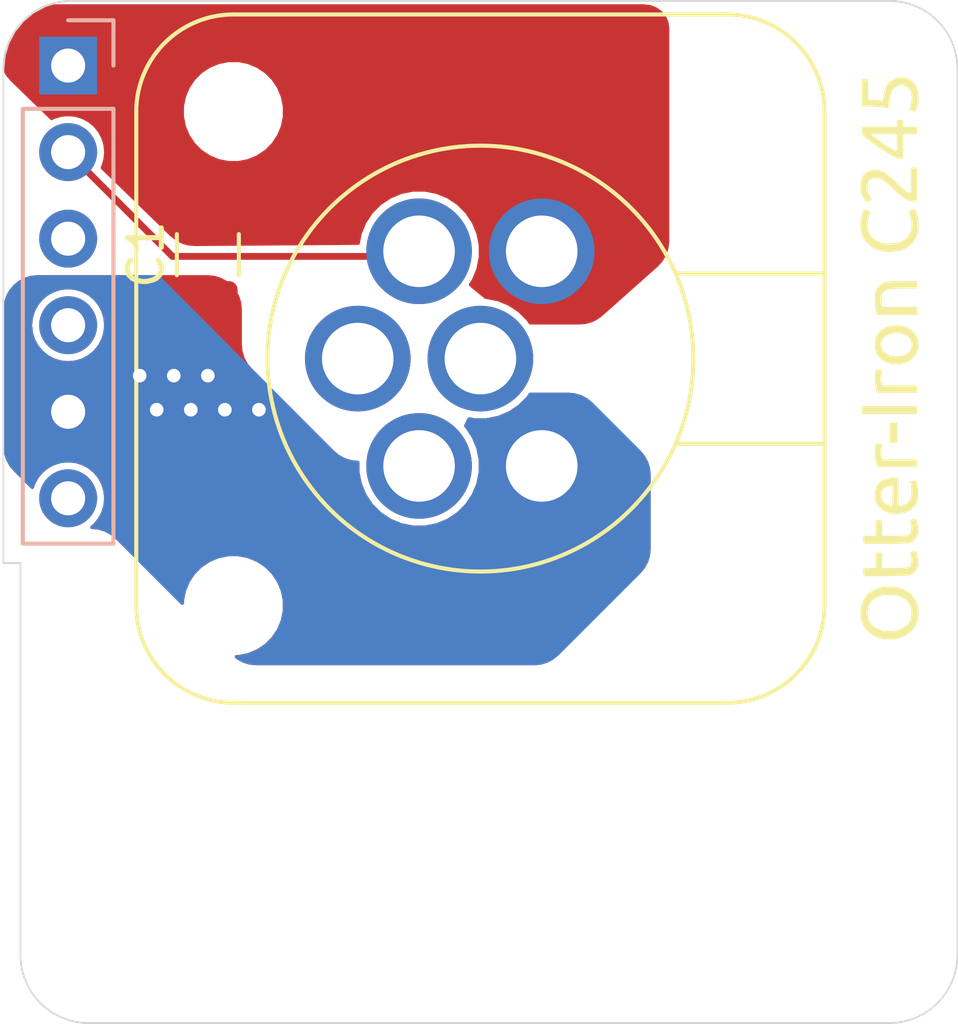
<source format=kicad_pcb>
(kicad_pcb (version 20171130) (host pcbnew 5.1.4+dfsg1-1)

  (general
    (thickness 1.6)
    (drawings 10)
    (tracks 10)
    (zones 0)
    (modules 4)
    (nets 10)
  )

  (page A4)
  (layers
    (0 F.Cu signal)
    (31 B.Cu signal)
    (32 B.Adhes user)
    (33 F.Adhes user)
    (34 B.Paste user)
    (35 F.Paste user)
    (36 B.SilkS user)
    (37 F.SilkS user)
    (38 B.Mask user)
    (39 F.Mask user)
    (40 Dwgs.User user)
    (41 Cmts.User user)
    (42 Eco1.User user)
    (43 Eco2.User user)
    (44 Edge.Cuts user)
    (45 Margin user)
    (46 B.CrtYd user)
    (47 F.CrtYd user)
    (48 B.Fab user hide)
    (49 F.Fab user hide)
  )

  (setup
    (last_trace_width 0.25)
    (user_trace_width 0.2)
    (trace_clearance 0.2)
    (zone_clearance 0)
    (zone_45_only no)
    (trace_min 0.2)
    (via_size 0.8)
    (via_drill 0.4)
    (via_min_size 0.4)
    (via_min_drill 0.3)
    (uvia_size 0.3)
    (uvia_drill 0.1)
    (uvias_allowed no)
    (uvia_min_size 0.2)
    (uvia_min_drill 0.1)
    (edge_width 0.05)
    (segment_width 0.2)
    (pcb_text_width 0.3)
    (pcb_text_size 1.5 1.5)
    (mod_edge_width 0.12)
    (mod_text_size 1 1)
    (mod_text_width 0.15)
    (pad_size 1.524 1.524)
    (pad_drill 0.762)
    (pad_to_mask_clearance 0.051)
    (solder_mask_min_width 0.25)
    (aux_axis_origin 0 0)
    (visible_elements FFFFFF7F)
    (pcbplotparams
      (layerselection 0x010fc_ffffffff)
      (usegerberextensions true)
      (usegerberattributes false)
      (usegerberadvancedattributes false)
      (creategerberjobfile false)
      (excludeedgelayer true)
      (linewidth 0.100000)
      (plotframeref false)
      (viasonmask false)
      (mode 1)
      (useauxorigin false)
      (hpglpennumber 1)
      (hpglpenspeed 20)
      (hpglpendiameter 15.000000)
      (psnegative false)
      (psa4output false)
      (plotreference true)
      (plotvalue true)
      (plotinvisibletext false)
      (padsonsilk false)
      (subtractmaskfromsilk false)
      (outputformat 1)
      (mirror false)
      (drillshape 0)
      (scaleselection 1)
      (outputdirectory "gerber/"))
  )

  (net 0 "")
  (net 1 GND)
  (net 2 "Net-(J1-Pad4)")
  (net 3 "Net-(J1-Pad3)")
  (net 4 "Net-(J2-Pad4)")
  (net 5 "Net-(J2-Pad3)")
  (net 6 "Net-(J1-Pad6)")
  (net 7 HEAT)
  (net 8 JUNC)
  (net 9 "Net-(J2-Pad6)")

  (net_class Default "This is the default net class."
    (clearance 0.2)
    (trace_width 0.25)
    (via_dia 0.8)
    (via_drill 0.4)
    (uvia_dia 0.3)
    (uvia_drill 0.1)
    (add_net GND)
    (add_net HEAT)
    (add_net JUNC)
    (add_net "Net-(J1-Pad3)")
    (add_net "Net-(J1-Pad4)")
    (add_net "Net-(J1-Pad6)")
    (add_net "Net-(J2-Pad3)")
    (add_net "Net-(J2-Pad4)")
    (add_net "Net-(J2-Pad6)")
  )

  (module Capacitor_SMD:C_1206_3216Metric (layer F.Cu) (tedit 5B301BBE) (tstamp 5E938F53)
    (at 92 97.45 90)
    (descr "Capacitor SMD 1206 (3216 Metric), square (rectangular) end terminal, IPC_7351 nominal, (Body size source: http://www.tortai-tech.com/upload/download/2011102023233369053.pdf), generated with kicad-footprint-generator")
    (tags capacitor)
    (path /5E939EB4)
    (attr smd)
    (fp_text reference C1 (at 0 -1.82 90) (layer F.SilkS)
      (effects (font (size 1 1) (thickness 0.15)))
    )
    (fp_text value 10u (at 0 1.82 90) (layer F.Fab)
      (effects (font (size 1 1) (thickness 0.15)))
    )
    (fp_text user %R (at 0 0 90) (layer F.Fab)
      (effects (font (size 0.8 0.8) (thickness 0.12)))
    )
    (fp_line (start 2.28 1.12) (end -2.28 1.12) (layer F.CrtYd) (width 0.05))
    (fp_line (start 2.28 -1.12) (end 2.28 1.12) (layer F.CrtYd) (width 0.05))
    (fp_line (start -2.28 -1.12) (end 2.28 -1.12) (layer F.CrtYd) (width 0.05))
    (fp_line (start -2.28 1.12) (end -2.28 -1.12) (layer F.CrtYd) (width 0.05))
    (fp_line (start -0.602064 0.91) (end 0.602064 0.91) (layer F.SilkS) (width 0.12))
    (fp_line (start -0.602064 -0.91) (end 0.602064 -0.91) (layer F.SilkS) (width 0.12))
    (fp_line (start 1.6 0.8) (end -1.6 0.8) (layer F.Fab) (width 0.1))
    (fp_line (start 1.6 -0.8) (end 1.6 0.8) (layer F.Fab) (width 0.1))
    (fp_line (start -1.6 -0.8) (end 1.6 -0.8) (layer F.Fab) (width 0.1))
    (fp_line (start -1.6 0.8) (end -1.6 -0.8) (layer F.Fab) (width 0.1))
    (pad 2 smd roundrect (at 1.4 0 90) (size 1.25 1.75) (layers F.Cu F.Paste F.Mask) (roundrect_rratio 0.2)
      (net 1 GND))
    (pad 1 smd roundrect (at -1.4 0 90) (size 1.25 1.75) (layers F.Cu F.Paste F.Mask) (roundrect_rratio 0.2)
      (net 7 HEAT))
    (model ${KISYS3DMOD}/Capacitor_SMD.3dshapes/C_1206_3216Metric.wrl
      (at (xyz 0 0 0))
      (scale (xyz 1 1 1))
      (rotate (xyz 0 0 0))
    )
  )

  (module Connector_PinHeader_2.54mm:PinHeader_1x06_P2.54mm_Vertical (layer B.Cu) (tedit 59FED5CC) (tstamp 5E5C5F2F)
    (at 87.9 91.9 180)
    (descr "Through hole straight pin header, 1x06, 2.54mm pitch, single row")
    (tags "Through hole pin header THT 1x06 2.54mm single row")
    (path /5E5BE985)
    (fp_text reference J1 (at 0 2.33) (layer B.SilkS) hide
      (effects (font (size 1 1) (thickness 0.15)) (justify mirror))
    )
    (fp_text value Otter-Iron (at 0 -15.03) (layer B.Fab)
      (effects (font (size 1 1) (thickness 0.15)) (justify mirror))
    )
    (fp_text user %R (at 0 -6.35 270) (layer B.Fab)
      (effects (font (size 1 1) (thickness 0.15)) (justify mirror))
    )
    (fp_line (start 1.8 1.8) (end -1.8 1.8) (layer B.CrtYd) (width 0.05))
    (fp_line (start 1.8 -14.5) (end 1.8 1.8) (layer B.CrtYd) (width 0.05))
    (fp_line (start -1.8 -14.5) (end 1.8 -14.5) (layer B.CrtYd) (width 0.05))
    (fp_line (start -1.8 1.8) (end -1.8 -14.5) (layer B.CrtYd) (width 0.05))
    (fp_line (start -1.33 1.33) (end 0 1.33) (layer B.SilkS) (width 0.12))
    (fp_line (start -1.33 0) (end -1.33 1.33) (layer B.SilkS) (width 0.12))
    (fp_line (start -1.33 -1.27) (end 1.33 -1.27) (layer B.SilkS) (width 0.12))
    (fp_line (start 1.33 -1.27) (end 1.33 -14.03) (layer B.SilkS) (width 0.12))
    (fp_line (start -1.33 -1.27) (end -1.33 -14.03) (layer B.SilkS) (width 0.12))
    (fp_line (start -1.33 -14.03) (end 1.33 -14.03) (layer B.SilkS) (width 0.12))
    (fp_line (start -1.27 0.635) (end -0.635 1.27) (layer B.Fab) (width 0.1))
    (fp_line (start -1.27 -13.97) (end -1.27 0.635) (layer B.Fab) (width 0.1))
    (fp_line (start 1.27 -13.97) (end -1.27 -13.97) (layer B.Fab) (width 0.1))
    (fp_line (start 1.27 1.27) (end 1.27 -13.97) (layer B.Fab) (width 0.1))
    (fp_line (start -0.635 1.27) (end 1.27 1.27) (layer B.Fab) (width 0.1))
    (pad 6 thru_hole oval (at 0 -12.7 180) (size 1.7 1.7) (drill 1) (layers *.Cu *.Mask)
      (net 6 "Net-(J1-Pad6)"))
    (pad 5 thru_hole oval (at 0 -10.16 180) (size 1.7 1.7) (drill 1) (layers *.Cu *.Mask)
      (net 7 HEAT))
    (pad 4 thru_hole oval (at 0 -7.62 180) (size 1.7 1.7) (drill 1) (layers *.Cu *.Mask)
      (net 2 "Net-(J1-Pad4)"))
    (pad 3 thru_hole oval (at 0 -5.08 180) (size 1.7 1.7) (drill 1) (layers *.Cu *.Mask)
      (net 3 "Net-(J1-Pad3)"))
    (pad 2 thru_hole oval (at 0 -2.54 180) (size 1.7 1.7) (drill 1) (layers *.Cu *.Mask)
      (net 8 JUNC))
    (pad 1 thru_hole rect (at 0 0 180) (size 1.7 1.7) (drill 1) (layers *.Cu *.Mask)
      (net 1 GND))
    (model ${KISYS3DMOD}/Connector_PinHeader_2.54mm.3dshapes/PinHeader_1x06_P2.54mm_Vertical.wrl
      (at (xyz 0 0 0))
      (scale (xyz 1 1 1))
      (rotate (xyz 0 0 0))
    )
  )

  (module otter:C245_singlew_silk locked (layer F.Cu) (tedit 0) (tstamp 5E5C95BE)
    (at 112 100.5 90)
    (fp_text reference G*** (at 0 0 90) (layer F.SilkS) hide
      (effects (font (size 1.524 1.524) (thickness 0.3)))
    )
    (fp_text value LOGO (at 0.75 0 90) (layer F.SilkS) hide
      (effects (font (size 1.524 1.524) (thickness 0.3)))
    )
    (fp_poly (pts (xy -1.890888 0.225778) (xy -2.469444 0.225778) (xy -2.469444 0.014111) (xy -1.890888 0.014111)
      (xy -1.890888 0.225778)) (layer F.SilkS) (width 0.01))
    (fp_poly (pts (xy 6.801556 0.225778) (xy 6.999112 0.225778) (xy 6.999112 0.409222) (xy 6.801556 0.409222)
      (xy 6.801556 0.818445) (xy 6.589889 0.818445) (xy 6.589889 0.409222) (xy 5.870223 0.409222)
      (xy 5.870223 0.329364) (xy 5.871673 0.292963) (xy 5.877505 0.25913) (xy 5.888545 0.225778)
      (xy 6.081483 0.225778) (xy 6.589889 0.225778) (xy 6.589382 -0.15875) (xy 6.588874 -0.543278)
      (xy 6.552814 -0.500944) (xy 6.457713 -0.38241) (xy 6.361177 -0.249631) (xy 6.268911 -0.111133)
      (xy 6.186619 0.024554) (xy 6.12562 0.137584) (xy 6.081483 0.225778) (xy 5.888545 0.225778)
      (xy 5.889937 0.221575) (xy 5.911188 0.17401) (xy 5.943476 0.110144) (xy 5.956059 0.08608)
      (xy 6.046315 -0.074572) (xy 6.150181 -0.240389) (xy 6.262366 -0.403731) (xy 6.377576 -0.556959)
      (xy 6.49052 -0.692434) (xy 6.511835 -0.716139) (xy 6.592257 -0.804333) (xy 6.801556 -0.804333)
      (xy 6.801556 0.225778)) (layer F.SilkS) (width 0.01))
    (fp_poly (pts (xy 5.096062 -0.84312) (xy 5.203729 -0.826202) (xy 5.303629 -0.794181) (xy 5.387927 -0.74845)
      (xy 5.407187 -0.733776) (xy 5.46496 -0.669155) (xy 5.508054 -0.586296) (xy 5.534651 -0.492084)
      (xy 5.542937 -0.393401) (xy 5.531093 -0.29713) (xy 5.526728 -0.28074) (xy 5.500197 -0.210761)
      (xy 5.459219 -0.136477) (xy 5.401712 -0.054974) (xy 5.325593 0.036666) (xy 5.22878 0.141357)
      (xy 5.215637 0.154973) (xy 5.116099 0.259082) (xy 5.0356 0.346507) (xy 4.972222 0.419468)
      (xy 4.924047 0.480186) (xy 4.889158 0.53088) (xy 4.884874 0.537888) (xy 4.867852 0.566219)
      (xy 4.856525 0.588431) (xy 4.85352 0.605269) (xy 4.861463 0.617474) (xy 4.88298 0.62579)
      (xy 4.920698 0.630959) (xy 4.977244 0.633725) (xy 5.055243 0.634831) (xy 5.157321 0.635019)
      (xy 5.228167 0.635) (xy 5.602112 0.635) (xy 5.602112 0.818445) (xy 4.610622 0.818445)
      (xy 4.617442 0.712176) (xy 4.623447 0.652112) (xy 4.634909 0.600688) (xy 4.65512 0.546611)
      (xy 4.682926 0.48752) (xy 4.703798 0.447563) (xy 4.726437 0.409841) (xy 4.753705 0.370786)
      (xy 4.788464 0.326829) (xy 4.833576 0.274402) (xy 4.891905 0.209934) (xy 4.966312 0.129858)
      (xy 4.99029 0.10429) (xy 5.078894 0.009007) (xy 5.14943 -0.06954) (xy 5.203896 -0.134455)
      (xy 5.244295 -0.188843) (xy 5.272626 -0.235809) (xy 5.290891 -0.278457) (xy 5.30109 -0.319893)
      (xy 5.305224 -0.363221) (xy 5.30564 -0.38509) (xy 5.294703 -0.474577) (xy 5.261859 -0.547126)
      (xy 5.207551 -0.601823) (xy 5.196856 -0.608883) (xy 5.163503 -0.626512) (xy 5.128 -0.636621)
      (xy 5.08099 -0.641062) (xy 5.030612 -0.641783) (xy 4.966896 -0.63999) (xy 4.91978 -0.633354)
      (xy 4.877743 -0.619435) (xy 4.840112 -0.601461) (xy 4.791008 -0.573472) (xy 4.746623 -0.543742)
      (xy 4.724854 -0.526121) (xy 4.687208 -0.49083) (xy 4.634471 -0.570259) (xy 4.581733 -0.649687)
      (xy 4.613372 -0.683365) (xy 4.65506 -0.71735) (xy 4.715853 -0.753906) (xy 4.78748 -0.788745)
      (xy 4.861668 -0.817582) (xy 4.88877 -0.826063) (xy 4.988464 -0.843538) (xy 5.096062 -0.84312)) (layer F.SilkS) (width 0.01))
    (fp_poly (pts (xy 1.783862 -0.420863) (xy 1.859404 -0.417259) (xy 1.914913 -0.41154) (xy 1.958571 -0.402254)
      (xy 1.998559 -0.387948) (xy 2.017889 -0.379321) (xy 2.109997 -0.321777) (xy 2.183087 -0.245071)
      (xy 2.23288 -0.155379) (xy 2.241558 -0.132269) (xy 2.248513 -0.108825) (xy 2.253982 -0.081615)
      (xy 2.2582 -0.047209) (xy 2.261402 -0.002175) (xy 2.263824 0.056916) (xy 2.265701 0.133496)
      (xy 2.267269 0.230996) (xy 2.268762 0.352847) (xy 2.26896 0.370417) (xy 2.27399 0.818445)
      (xy 2.060223 0.818445) (xy 2.059943 0.47625) (xy 2.058888 0.324813) (xy 2.055609 0.198854)
      (xy 2.04953 0.095676) (xy 2.040075 0.012583) (xy 2.026668 -0.053122) (xy 2.008733 -0.104135)
      (xy 1.985694 -0.143152) (xy 1.956976 -0.17287) (xy 1.922002 -0.195986) (xy 1.915647 -0.199323)
      (xy 1.880842 -0.214424) (xy 1.84359 -0.223453) (xy 1.795527 -0.227663) (xy 1.728287 -0.228307)
      (xy 1.722579 -0.22825) (xy 1.659148 -0.226701) (xy 1.602294 -0.223773) (xy 1.560836 -0.219984)
      (xy 1.549465 -0.218116) (xy 1.509889 -0.209424) (xy 1.509889 0.818445) (xy 1.284112 0.818445)
      (xy 1.284112 -0.36455) (xy 1.355021 -0.379757) (xy 1.495175 -0.405518) (xy 1.623298 -0.41909)
      (xy 1.752191 -0.421703) (xy 1.783862 -0.420863)) (layer F.SilkS) (width 0.01))
    (fp_poly (pts (xy -0.477512 -0.418793) (xy -0.390096 -0.407211) (xy -0.343647 -0.396041) (xy -0.32043 -0.384801)
      (xy -0.315566 -0.370929) (xy -0.316133 -0.368406) (xy -0.32298 -0.339293) (xy -0.331054 -0.299313)
      (xy -0.331611 -0.296333) (xy -0.342696 -0.242431) (xy -0.351993 -0.212545) (xy -0.360989 -0.20266)
      (xy -0.365829 -0.203956) (xy -0.384298 -0.209298) (xy -0.422829 -0.217089) (xy -0.473551 -0.225759)
      (xy -0.480489 -0.226847) (xy -0.558428 -0.235318) (xy -0.62922 -0.233361) (xy -0.687176 -0.225301)
      (xy -0.790222 -0.207674) (xy -0.790222 0.818445) (xy -1.001888 0.818445) (xy -1.001888 -0.350589)
      (xy -0.955488 -0.365903) (xy -0.845298 -0.394441) (xy -0.722293 -0.413252) (xy -0.596392 -0.421611)
      (xy -0.477512 -0.418793)) (layer F.SilkS) (width 0.01))
    (fp_poly (pts (xy -1.397 0.818445) (xy -1.622777 0.818445) (xy -1.622777 -0.804333) (xy -1.397 -0.804333)
      (xy -1.397 0.818445)) (layer F.SilkS) (width 0.01))
    (fp_poly (pts (xy -2.69361 -0.42137) (xy -2.631777 -0.416123) (xy -2.573613 -0.408552) (xy -2.525454 -0.399618)
      (xy -2.493634 -0.390283) (xy -2.484171 -0.38258) (xy -2.488864 -0.350188) (xy -2.497899 -0.308084)
      (xy -2.50898 -0.265004) (xy -2.519807 -0.229681) (xy -2.528085 -0.21085) (xy -2.529638 -0.209723)
      (xy -2.54799 -0.211659) (xy -2.586171 -0.217259) (xy -2.636207 -0.225346) (xy -2.640375 -0.226047)
      (xy -2.709962 -0.234751) (xy -2.774405 -0.234723) (xy -2.849464 -0.225928) (xy -2.851832 -0.225562)
      (xy -2.963333 -0.208216) (xy -2.963333 0.818445) (xy -3.175 0.818445) (xy -3.175 -0.350589)
      (xy -3.128599 -0.365903) (xy -3.051153 -0.386587) (xy -2.957662 -0.404251) (xy -2.860282 -0.417037)
      (xy -2.771166 -0.423089) (xy -2.752778 -0.423333) (xy -2.69361 -0.42137)) (layer F.SilkS) (width 0.01))
    (fp_poly (pts (xy -3.916405 -0.422407) (xy -3.801596 -0.393964) (xy -3.704779 -0.343946) (xy -3.62625 -0.272766)
      (xy -3.566306 -0.180835) (xy -3.525244 -0.068565) (xy -3.503361 0.063633) (xy -3.499555 0.155917)
      (xy -3.499555 0.268111) (xy -3.915833 0.268111) (xy -4.038061 0.267901) (xy -4.134776 0.267864)
      (xy -4.208678 0.268893) (xy -4.262466 0.271877) (xy -4.298842 0.277708) (xy -4.320505 0.287278)
      (xy -4.330154 0.301478) (xy -4.330491 0.321199) (xy -4.324214 0.347331) (xy -4.314025 0.380768)
      (xy -4.309033 0.397898) (xy -4.272586 0.483848) (xy -4.217323 0.557084) (xy -4.148321 0.611687)
      (xy -4.109602 0.630404) (xy -4.052378 0.644755) (xy -3.976863 0.653105) (xy -3.892339 0.655475)
      (xy -3.808089 0.651885) (xy -3.733393 0.642357) (xy -3.683979 0.629467) (xy -3.645144 0.617876)
      (xy -3.6176 0.614852) (xy -3.611099 0.617088) (xy -3.603817 0.636153) (xy -3.59594 0.673889)
      (xy -3.59108 0.70728) (xy -3.581421 0.786615) (xy -3.649849 0.811504) (xy -3.696621 0.824167)
      (xy -3.759392 0.833195) (xy -3.842764 0.83912) (xy -3.908777 0.841522) (xy -3.99161 0.843095)
      (xy -4.053246 0.842264) (xy -4.10065 0.838445) (xy -4.140789 0.831052) (xy -4.18063 0.8195)
      (xy -4.183944 0.818401) (xy -4.294465 0.767766) (xy -4.386452 0.696286) (xy -4.459344 0.604881)
      (xy -4.512579 0.494467) (xy -4.545593 0.365961) (xy -4.557825 0.22028) (xy -4.557888 0.208318)
      (xy -4.546645 0.067615) (xy -4.545435 0.062897) (xy -4.323834 0.062897) (xy -4.322784 0.087724)
      (xy -4.322525 0.088195) (xy -4.307196 0.091349) (xy -4.26789 0.094129) (xy -4.208851 0.096385)
      (xy -4.134324 0.097969) (xy -4.048553 0.098732) (xy -4.020833 0.098778) (xy -3.725333 0.098778)
      (xy -3.725333 0.054554) (xy -3.736406 -0.023054) (xy -3.766671 -0.097793) (xy -3.8117 -0.162246)
      (xy -3.867061 -0.208999) (xy -3.88963 -0.220475) (xy -3.971763 -0.240386) (xy -4.057271 -0.236168)
      (xy -4.139174 -0.209822) (xy -4.210493 -0.163346) (xy -4.252875 -0.116429) (xy -4.276233 -0.07621)
      (xy -4.297731 -0.027378) (xy -4.31454 0.02176) (xy -4.323834 0.062897) (xy -4.545435 0.062897)
      (xy -4.514114 -0.059148) (xy -4.462093 -0.1702) (xy -4.392382 -0.263774) (xy -4.306778 -0.338103)
      (xy -4.207079 -0.391417) (xy -4.095085 -0.421948) (xy -3.972593 -0.427928) (xy -3.916405 -0.422407)) (layer F.SilkS) (width 0.01))
    (fp_poly (pts (xy -5.21511 -0.762177) (xy -5.210319 -0.720946) (xy -5.207616 -0.653278) (xy -5.207 -0.585611)
      (xy -5.207 -0.395111) (xy -4.739986 -0.395111) (xy -4.744187 -0.306916) (xy -4.748388 -0.218722)
      (xy -4.977694 -0.214845) (xy -5.207 -0.210967) (xy -5.20669 0.137933) (xy -5.206401 0.248277)
      (xy -5.205583 0.334265) (xy -5.203981 0.399761) (xy -5.201337 0.44863) (xy -5.197396 0.484735)
      (xy -5.191901 0.511942) (xy -5.184596 0.534114) (xy -5.17965 0.545706) (xy -5.151025 0.595861)
      (xy -5.115589 0.628379) (xy -5.067261 0.646361) (xy -4.999961 0.652909) (xy -4.969178 0.653056)
      (xy -4.897316 0.648694) (xy -4.836666 0.638292) (xy -4.808814 0.629309) (xy -4.774504 0.615136)
      (xy -4.753031 0.607315) (xy -4.750517 0.606778) (xy -4.744118 0.619151) (xy -4.734279 0.650702)
      (xy -4.728259 0.673806) (xy -4.717099 0.718368) (xy -4.70776 0.754002) (xy -4.704939 0.764039)
      (xy -4.712272 0.783434) (xy -4.742836 0.801216) (xy -4.791655 0.816747) (xy -4.853753 0.82939)
      (xy -4.924156 0.838509) (xy -4.997888 0.843464) (xy -5.069974 0.843618) (xy -5.135439 0.838335)
      (xy -5.189308 0.826976) (xy -5.191259 0.826351) (xy -5.260578 0.791096) (xy -5.324289 0.735642)
      (xy -5.373567 0.667829) (xy -5.376987 0.661399) (xy -5.389893 0.632809) (xy -5.400696 0.599681)
      (xy -5.409572 0.559408) (xy -5.416699 0.509383) (xy -5.422254 0.447) (xy -5.426416 0.369654)
      (xy -5.42936 0.274737) (xy -5.431265 0.159643) (xy -5.432308 0.021766) (xy -5.432666 -0.1415)
      (xy -5.432671 -0.156682) (xy -5.432777 -0.743753) (xy -5.334809 -0.759932) (xy -5.283903 -0.768008)
      (xy -5.243523 -0.773807) (xy -5.222185 -0.776109) (xy -5.22192 -0.776111) (xy -5.21511 -0.762177)) (layer F.SilkS) (width 0.01))
    (fp_poly (pts (xy -6.160554 -0.762177) (xy -6.155764 -0.720946) (xy -6.153061 -0.653278) (xy -6.152444 -0.585611)
      (xy -6.152444 -0.395111) (xy -5.700888 -0.395111) (xy -5.700888 -0.211666) (xy -6.15378 -0.211666)
      (xy -6.149584 0.151695) (xy -6.147955 0.271352) (xy -6.145728 0.36625) (xy -6.142282 0.439851)
      (xy -6.136995 0.495619) (xy -6.129245 0.537016) (xy -6.118411 0.567506) (xy -6.103871 0.590551)
      (xy -6.085002 0.609615) (xy -6.06447 0.625738) (xy -6.037985 0.641074) (xy -6.004998 0.649648)
      (xy -5.95729 0.652977) (xy -5.916303 0.653067) (xy -5.84296 0.648688) (xy -5.781753 0.63821)
      (xy -5.754258 0.629309) (xy -5.719948 0.615136) (xy -5.698475 0.607315) (xy -5.695961 0.606778)
      (xy -5.689563 0.619151) (xy -5.679724 0.650702) (xy -5.673703 0.673806) (xy -5.662544 0.718368)
      (xy -5.653205 0.754002) (xy -5.650383 0.764039) (xy -5.657675 0.783545) (xy -5.688216 0.801373)
      (xy -5.737052 0.816895) (xy -5.79923 0.829483) (xy -5.869796 0.83851) (xy -5.943796 0.843349)
      (xy -6.016277 0.843371) (xy -6.082286 0.83795) (xy -6.136867 0.826458) (xy -6.138666 0.825888)
      (xy -6.218047 0.786028) (xy -6.282337 0.723257) (xy -6.330307 0.639244) (xy -6.360729 0.535662)
      (xy -6.363422 0.520288) (xy -6.366811 0.484987) (xy -6.369886 0.424651) (xy -6.372576 0.342466)
      (xy -6.374812 0.241618) (xy -6.376526 0.125293) (xy -6.377647 -0.003323) (xy -6.378108 -0.141045)
      (xy -6.378115 -0.156682) (xy -6.378222 -0.743753) (xy -6.280254 -0.759932) (xy -6.229347 -0.768008)
      (xy -6.188968 -0.773807) (xy -6.167629 -0.776109) (xy -6.167365 -0.776111) (xy -6.160554 -0.762177)) (layer F.SilkS) (width 0.01))
    (fp_poly (pts (xy 8.198556 -0.620889) (xy 7.902223 -0.620889) (xy 7.798198 -0.620493) (xy 7.719636 -0.619196)
      (xy 7.663787 -0.616836) (xy 7.627901 -0.613248) (xy 7.609229 -0.608271) (xy 7.604841 -0.60325)
      (xy 7.603339 -0.583428) (xy 7.59993 -0.541061) (xy 7.595069 -0.481725) (xy 7.589211 -0.410999)
      (xy 7.587005 -0.384542) (xy 7.570218 -0.183473) (xy 7.612748 -0.177694) (xy 7.731483 -0.160089)
      (xy 7.826777 -0.14206) (xy 7.903383 -0.121957) (xy 7.966054 -0.098129) (xy 8.019546 -0.068926)
      (xy 8.06861 -0.032696) (xy 8.093828 -0.010645) (xy 8.16896 0.072882) (xy 8.218895 0.164969)
      (xy 8.246056 0.270627) (xy 8.250834 0.314382) (xy 8.24783 0.437458) (xy 8.220141 0.547826)
      (xy 8.169 0.643946) (xy 8.095641 0.724278) (xy 8.001297 0.78728) (xy 7.887203 0.831413)
      (xy 7.825548 0.845484) (xy 7.756824 0.85406) (xy 7.676329 0.858203) (xy 7.596557 0.857689)
      (xy 7.529999 0.852296) (xy 7.521223 0.850933) (xy 7.479576 0.842372) (xy 7.427706 0.829663)
      (xy 7.372818 0.814851) (xy 7.322117 0.799982) (xy 7.282806 0.7871) (xy 7.262092 0.778249)
      (xy 7.260717 0.777001) (xy 7.260511 0.759026) (xy 7.265912 0.723479) (xy 7.274829 0.679938)
      (xy 7.285174 0.637985) (xy 7.294856 0.607199) (xy 7.299825 0.597694) (xy 7.316021 0.598256)
      (xy 7.350448 0.607478) (xy 7.389721 0.62118) (xy 7.477291 0.64545) (xy 7.577838 0.65893)
      (xy 7.680333 0.66106) (xy 7.773751 0.651277) (xy 7.81071 0.642602) (xy 7.897093 0.604722)
      (xy 7.962633 0.548635) (xy 8.005794 0.476694) (xy 8.025039 0.39125) (xy 8.022649 0.318151)
      (xy 8.002494 0.236347) (xy 7.96449 0.168798) (xy 7.906763 0.114161) (xy 7.827439 0.071094)
      (xy 7.724643 0.038255) (xy 7.598834 0.01463) (xy 7.534883 0.007114) (xy 7.469243 0.0019)
      (xy 7.425333 0.00028) (xy 7.35061 0) (xy 7.358187 -0.045861) (xy 7.36434 -0.092539)
      (xy 7.371414 -0.161677) (xy 7.378955 -0.247547) (xy 7.386505 -0.34442) (xy 7.39361 -0.446567)
      (xy 7.399813 -0.54826) (xy 7.403092 -0.610305) (xy 7.412627 -0.804333) (xy 8.198556 -0.804333)
      (xy 8.198556 -0.620889)) (layer F.SilkS) (width 0.01))
    (fp_poly (pts (xy 4.063395 -0.834531) (xy 4.197706 -0.80745) (xy 4.255344 -0.788654) (xy 4.31304 -0.76619)
      (xy 4.34778 -0.747361) (xy 4.363127 -0.726156) (xy 4.362647 -0.696562) (xy 4.349905 -0.652565)
      (xy 4.344889 -0.637627) (xy 4.326982 -0.58917) (xy 4.312713 -0.563594) (xy 4.299046 -0.556359)
      (xy 4.291708 -0.558109) (xy 4.142647 -0.610738) (xy 4.00759 -0.639233) (xy 3.886047 -0.643676)
      (xy 3.828282 -0.636557) (xy 3.707707 -0.601959) (xy 3.605435 -0.545898) (xy 3.521274 -0.468231)
      (xy 3.455033 -0.368813) (xy 3.444415 -0.347363) (xy 3.406215 -0.25096) (xy 3.383195 -0.152266)
      (xy 3.373301 -0.041185) (xy 3.372556 0.005824) (xy 3.382613 0.159232) (xy 3.412331 0.293435)
      (xy 3.461031 0.407772) (xy 3.528035 0.501578) (xy 3.612663 0.574191) (xy 3.714236 0.624948)
      (xy 3.832076 0.653186) (xy 3.965503 0.658242) (xy 4.034574 0.652278) (xy 4.10485 0.640755)
      (xy 4.176638 0.624311) (xy 4.236565 0.606102) (xy 4.24673 0.602212) (xy 4.332004 0.567769)
      (xy 4.360251 0.659223) (xy 4.373445 0.707117) (xy 4.380805 0.744512) (xy 4.380756 0.763205)
      (xy 4.362415 0.774634) (xy 4.322891 0.789618) (xy 4.268696 0.806281) (xy 4.206343 0.822751)
      (xy 4.142343 0.837151) (xy 4.092223 0.846255) (xy 3.979619 0.857374) (xy 3.861384 0.857953)
      (xy 3.750304 0.848214) (xy 3.701003 0.83945) (xy 3.594261 0.805504) (xy 3.488307 0.752569)
      (xy 3.393494 0.686408) (xy 3.344525 0.640939) (xy 3.277442 0.554661) (xy 3.219029 0.449786)
      (xy 3.173968 0.335657) (xy 3.153995 0.260651) (xy 3.141396 0.175009) (xy 3.1349 0.072984)
      (xy 3.134521 -0.034647) (xy 3.140273 -0.137108) (xy 3.152172 -0.223624) (xy 3.153329 -0.229245)
      (xy 3.195677 -0.367335) (xy 3.2603 -0.493317) (xy 3.344562 -0.60416) (xy 3.445827 -0.696835)
      (xy 3.561461 -0.768309) (xy 3.654778 -0.805786) (xy 3.782564 -0.833966) (xy 3.921892 -0.843458)
      (xy 4.063395 -0.834531)) (layer F.SilkS) (width 0.01))
    (fp_poly (pts (xy 0.530389 -0.414051) (xy 0.645933 -0.376979) (xy 0.747192 -0.316362) (xy 0.832559 -0.233408)
      (xy 0.900427 -0.129323) (xy 0.945314 -0.018268) (xy 0.962314 0.060347) (xy 0.971759 0.154821)
      (xy 0.973417 0.254158) (xy 0.967058 0.347359) (xy 0.954457 0.416278) (xy 0.908396 0.540295)
      (xy 0.842293 0.646195) (xy 0.757917 0.732309) (xy 0.657032 0.796967) (xy 0.541405 0.838501)
      (xy 0.498416 0.847162) (xy 0.439171 0.855886) (xy 0.394538 0.858608) (xy 0.351496 0.854986)
      (xy 0.297024 0.844679) (xy 0.282223 0.841483) (xy 0.165968 0.802474) (xy 0.064577 0.740405)
      (xy -0.020381 0.65711) (xy -0.087336 0.554424) (xy -0.134719 0.434182) (xy -0.157318 0.327717)
      (xy -0.165457 0.196664) (xy 0.064785 0.196664) (xy 0.068523 0.300087) (xy 0.083805 0.393164)
      (xy 0.088824 0.411381) (xy 0.129146 0.501951) (xy 0.18791 0.574279) (xy 0.261375 0.626269)
      (xy 0.345803 0.655821) (xy 0.437452 0.660839) (xy 0.509097 0.647116) (xy 0.585267 0.609859)
      (xy 0.65096 0.548048) (xy 0.701131 0.468907) (xy 0.718202 0.432076) (xy 0.729539 0.399484)
      (xy 0.736305 0.363815) (xy 0.739659 0.317754) (xy 0.740762 0.253987) (xy 0.740834 0.218722)
      (xy 0.739518 0.132177) (xy 0.7344 0.066312) (xy 0.723725 0.013659) (xy 0.705735 -0.033248)
      (xy 0.678676 -0.081878) (xy 0.665151 -0.103129) (xy 0.608807 -0.16506) (xy 0.53538 -0.209045)
      (xy 0.451205 -0.232884) (xy 0.362618 -0.234381) (xy 0.314222 -0.22486) (xy 0.240333 -0.190495)
      (xy 0.174103 -0.133704) (xy 0.121016 -0.060201) (xy 0.091609 0.007056) (xy 0.072508 0.094963)
      (xy 0.064785 0.196664) (xy -0.165457 0.196664) (xy -0.166171 0.185175) (xy -0.15231 0.052331)
      (xy -0.117335 -0.068659) (xy -0.062844 -0.175642) (xy 0.009565 -0.266462) (xy 0.098292 -0.338965)
      (xy 0.20174 -0.390997) (xy 0.318309 -0.420402) (xy 0.402167 -0.42637) (xy 0.530389 -0.414051)) (layer F.SilkS) (width 0.01))
    (fp_poly (pts (xy -7.408333 -0.84183) (xy -7.262983 -0.82128) (xy -7.133713 -0.778496) (xy -7.017805 -0.712295)
      (xy -6.920472 -0.629526) (xy -6.829803 -0.519402) (xy -6.761658 -0.392784) (xy -6.715937 -0.249401)
      (xy -6.692543 -0.088979) (xy -6.689156 0.007056) (xy -6.700259 0.177007) (xy -6.733633 0.329771)
      (xy -6.789376 0.465617) (xy -6.867589 0.58482) (xy -6.920472 0.643637) (xy -6.989505 0.706395)
      (xy -7.059034 0.75448) (xy -7.139185 0.794101) (xy -7.210099 0.821204) (xy -7.284988 0.83993)
      (xy -7.37679 0.851584) (xy -7.474979 0.855694) (xy -7.569026 0.851785) (xy -7.642937 0.840679)
      (xy -7.782879 0.795444) (xy -7.905876 0.727705) (xy -8.011585 0.63778) (xy -8.099663 0.525986)
      (xy -8.169766 0.392643) (xy -8.193881 0.32996) (xy -8.209145 0.283905) (xy -8.21979 0.243724)
      (xy -8.226636 0.202567) (xy -8.230505 0.153581) (xy -8.23222 0.089916) (xy -8.232601 0.007056)
      (xy -8.23231 -0.054794) (xy -7.998196 -0.054794) (xy -7.997401 0.078595) (xy -7.978494 0.206175)
      (xy -7.942717 0.324207) (xy -7.891313 0.428952) (xy -7.825523 0.516671) (xy -7.746589 0.583625)
      (xy -7.716769 0.601105) (xy -7.622716 0.636774) (xy -7.515112 0.654965) (xy -7.403126 0.654942)
      (xy -7.295926 0.63597) (xy -7.292942 0.635118) (xy -7.207286 0.596688) (xy -7.12665 0.534527)
      (xy -7.055128 0.453112) (xy -6.996816 0.35692) (xy -6.9632 0.274701) (xy -6.947228 0.204315)
      (xy -6.937602 0.11583) (xy -6.93424 0.017707) (xy -6.93706 -0.081589) (xy -6.945978 -0.173596)
      (xy -6.960913 -0.24985) (xy -6.968547 -0.274027) (xy -7.024304 -0.394867) (xy -7.094019 -0.491252)
      (xy -7.178132 -0.563506) (xy -7.277088 -0.611952) (xy -7.391329 -0.636912) (xy -7.471833 -0.640719)
      (xy -7.594701 -0.627294) (xy -7.70288 -0.58999) (xy -7.795637 -0.529457) (xy -7.872237 -0.446346)
      (xy -7.931948 -0.341308) (xy -7.974035 -0.214993) (xy -7.979638 -0.190254) (xy -7.998196 -0.054794)
      (xy -8.23231 -0.054794) (xy -8.232203 -0.077464) (xy -8.230459 -0.140633) (xy -8.226539 -0.18932)
      (xy -8.219614 -0.230391) (xy -8.208857 -0.270715) (xy -8.193507 -0.316962) (xy -8.130993 -0.458216)
      (xy -8.049621 -0.579079) (xy -7.950904 -0.678537) (xy -7.836356 -0.755581) (xy -7.707488 -0.809197)
      (xy -7.565815 -0.838377) (xy -7.412848 -0.842107) (xy -7.408333 -0.84183)) (layer F.SilkS) (width 0.01))
  )

  (module "otter:RPC1-12RB-6P(71)" (layer F.Cu) (tedit 5E5BF5A6) (tstamp 5E5C5788)
    (at 100 100.5 180)
    (path /5E5C0C87)
    (fp_text reference J2 (at 0.025 -5.125 180) (layer F.SilkS) hide
      (effects (font (size 1 1) (thickness 0.15)))
    )
    (fp_text value C245 (at 0.05 -7.8 180) (layer F.Fab) hide
      (effects (font (size 1 1) (thickness 0.15)))
    )
    (fp_circle (center 0 0) (end 6.25 0) (layer F.SilkS) (width 0.12))
    (fp_arc (start -7.25 -7.25) (end -7.25 -10.1) (angle -90) (layer F.SilkS) (width 0.12))
    (fp_arc (start -7.25 7.25) (end -10.1 7.25) (angle -90) (layer F.SilkS) (width 0.12))
    (fp_arc (start 7.25 7.25) (end 7.25 10.1) (angle -90) (layer F.SilkS) (width 0.12))
    (fp_arc (start 7.25 -7.25) (end 10.1 -7.25) (angle -90) (layer F.SilkS) (width 0.12))
    (fp_line (start -7.25 10.1) (end 7.25 10.1) (layer F.SilkS) (width 0.12))
    (fp_line (start -7.25 -10.1) (end 7.25 -10.1) (layer F.SilkS) (width 0.12))
    (fp_line (start 10.1 -7.25) (end 10.1 7.25) (layer F.SilkS) (width 0.12))
    (fp_line (start -10.1 -7.25) (end -10.1 7.25) (layer F.SilkS) (width 0.12))
    (fp_line (start -10.1 -2.5) (end -5.75 -2.5) (layer F.SilkS) (width 0.12))
    (fp_line (start -10.1 2.5) (end -5.75 2.5) (layer F.SilkS) (width 0.12))
    (pad "" np_thru_hole circle (at -7.25 -7.25 180) (size 2.5 2.5) (drill 2.5) (layers *.Cu *.Mask))
    (pad "" np_thru_hole circle (at -7.25 7.25 180) (size 2.5 2.5) (drill 2.5) (layers *.Cu *.Mask))
    (pad "" np_thru_hole circle (at 7.25 7.25 180) (size 2.5 2.5) (drill 2.5) (layers *.Cu *.Mask))
    (pad "" np_thru_hole circle (at 7.25 -7.25 180) (size 2.5 2.5) (drill 2.5) (layers *.Cu *.Mask))
    (pad 1 thru_hole circle (at -1.8 3.15 180) (size 3.1 3.1) (drill 2.1) (layers *.Cu *.Mask)
      (net 1 GND))
    (pad 2 thru_hole circle (at 1.8 3.15 180) (size 3.1 3.1) (drill 2.1) (layers *.Cu *.Mask)
      (net 8 JUNC))
    (pad 5 thru_hole circle (at -1.8 -3.15 180) (size 3.1 3.1) (drill 2.1) (layers *.Cu *.Mask)
      (net 7 HEAT))
    (pad 4 thru_hole circle (at 1.8 -3.15 180) (size 3.1 3.1) (drill 2.1) (layers *.Cu *.Mask)
      (net 4 "Net-(J2-Pad4)"))
    (pad 3 thru_hole circle (at 3.6 0 180) (size 3.1 3.1) (drill 2.1) (layers *.Cu *.Mask)
      (net 5 "Net-(J2-Pad3)"))
    (pad 6 thru_hole circle (at 0 0 180) (size 3.1 3.1) (drill 2.1) (layers *.Cu *.Mask)
      (net 9 "Net-(J2-Pad6)"))
    (model ${KIPRJMOD}/RPC1-12RB-6P.stp
      (offset (xyz 0 0 6.25))
      (scale (xyz 1 1 1))
      (rotate (xyz 180 0 90))
    )
  )

  (gr_line (start 86.5 106.5) (end 86 106.5) (layer Edge.Cuts) (width 0.05))
  (gr_line (start 86.5 118) (end 86.5 106.5) (layer Edge.Cuts) (width 0.05))
  (gr_arc (start 112 118) (end 112 120) (angle -90) (layer Edge.Cuts) (width 0.05) (tstamp 5E5C61F2))
  (gr_arc (start 112 92) (end 114 92) (angle -90) (layer Edge.Cuts) (width 0.05))
  (gr_arc (start 88 92) (end 88 90) (angle -90) (layer Edge.Cuts) (width 0.05) (tstamp 5E5C6168))
  (gr_arc (start 88.5 118) (end 86.5 118) (angle -90) (layer Edge.Cuts) (width 0.05) (tstamp 5E5D3E1B))
  (gr_line (start 88.5 120) (end 112 120) (layer Edge.Cuts) (width 0.05))
  (gr_line (start 114 118) (end 114 92) (layer Edge.Cuts) (width 0.05) (tstamp 5E5C5B3B))
  (gr_line (start 112 90) (end 88 90) (layer Edge.Cuts) (width 0.05))
  (gr_line (start 86 92) (end 86 106.5) (layer Edge.Cuts) (width 0.05))

  (via (at 92 101) (size 0.8) (drill 0.4) (layers F.Cu B.Cu) (net 7))
  (via (at 91 101) (size 0.8) (drill 0.4) (layers F.Cu B.Cu) (net 7))
  (via (at 90 101) (size 0.8) (drill 0.4) (layers F.Cu B.Cu) (net 7))
  (via (at 90.5 102) (size 0.8) (drill 0.4) (layers F.Cu B.Cu) (net 7))
  (via (at 91.5 102) (size 0.8) (drill 0.4) (layers F.Cu B.Cu) (net 7))
  (via (at 92.5 102) (size 0.8) (drill 0.4) (layers F.Cu B.Cu) (net 7))
  (via (at 93.5 102) (size 0.8) (drill 0.4) (layers F.Cu B.Cu) (net 7))
  (segment (start 90.96 97.5) (end 87.9 94.44) (width 0.2) (layer F.Cu) (net 8))
  (segment (start 98.2 97.35) (end 98.05 97.5) (width 0.2) (layer F.Cu) (net 8))
  (segment (start 98.05 97.5) (end 90.96 97.5) (width 0.2) (layer F.Cu) (net 8))

  (zone (net 7) (net_name HEAT) (layer F.Cu) (tstamp 0) (hatch edge 0.508)
    (priority 1)
    (connect_pads yes (clearance 0))
    (min_thickness 0.1)
    (fill yes (arc_segments 32) (thermal_gap 0.508) (thermal_bridge_width 0.508) (smoothing fillet) (radius 1))
    (polygon
      (pts
        (xy 96 103.5) (xy 99 103.5) (xy 100 101.5) (xy 103 101.5) (xy 105 103.5)
        (xy 105 106.5) (xy 102 109.5) (xy 93 109.5) (xy 89 105.5) (xy 88 105.5)
        (xy 86 103.5) (xy 86 102) (xy 86 98.05) (xy 93 98.05) (xy 93 100.5)
      )
    )
    (filled_polygon
      (pts
        (xy 92.185288 98.118491) (xy 92.363456 98.172537) (xy 92.527655 98.260303) (xy 92.67158 98.37842) (xy 92.789697 98.522345)
        (xy 92.877463 98.686544) (xy 92.931509 98.864712) (xy 92.95 99.052454) (xy 92.95 100.085786) (xy 92.950241 100.090687)
        (xy 92.969456 100.285778) (xy 92.971368 100.295391) (xy 93.028273 100.482984) (xy 93.032024 100.49204) (xy 93.124434 100.664927)
        (xy 93.12988 100.673077) (xy 93.254243 100.824613) (xy 93.257538 100.828248) (xy 95.671752 103.242462) (xy 95.675387 103.245757)
        (xy 95.826923 103.37012) (xy 95.835073 103.375566) (xy 96.00796 103.467976) (xy 96.017016 103.471727) (xy 96.204609 103.528632)
        (xy 96.214222 103.530544) (xy 96.4 103.548842) (xy 96.4 103.827284) (xy 96.469173 104.175041) (xy 96.604861 104.50262)
        (xy 96.801849 104.797433) (xy 97.052567 105.048151) (xy 97.34738 105.245139) (xy 97.674959 105.380827) (xy 98.022716 105.45)
        (xy 98.377284 105.45) (xy 98.725041 105.380827) (xy 99.05262 105.245139) (xy 99.347433 105.048151) (xy 99.598151 104.797433)
        (xy 99.795139 104.50262) (xy 99.930827 104.175041) (xy 100 103.827284) (xy 100 103.472716) (xy 99.930827 103.124959)
        (xy 99.795139 102.79738) (xy 99.598151 102.502567) (xy 99.569129 102.473545) (xy 99.670991 102.26982) (xy 99.822716 102.3)
        (xy 100.177284 102.3) (xy 100.525041 102.230827) (xy 100.85262 102.095139) (xy 101.147433 101.898151) (xy 101.398151 101.647433)
        (xy 101.463254 101.55) (xy 102.583332 101.55) (xy 102.771075 101.568491) (xy 102.949243 101.622537) (xy 103.113445 101.710305)
        (xy 103.259277 101.829987) (xy 104.670013 103.240723) (xy 104.789695 103.386555) (xy 104.877463 103.550757) (xy 104.931509 103.728925)
        (xy 104.95 103.916668) (xy 104.95 106.083332) (xy 104.931509 106.271075) (xy 104.877463 106.449243) (xy 104.789695 106.613445)
        (xy 104.670013 106.759277) (xy 102.259277 109.170013) (xy 102.113445 109.289695) (xy 101.949243 109.377463) (xy 101.771075 109.431509)
        (xy 101.583332 109.45) (xy 93.416668 109.45) (xy 93.228925 109.431509) (xy 93.050757 109.377463) (xy 92.886555 109.289695)
        (xy 92.838187 109.25) (xy 92.897737 109.25) (xy 93.187534 109.192356) (xy 93.460517 109.079283) (xy 93.706194 108.915126)
        (xy 93.915126 108.706194) (xy 94.079283 108.460517) (xy 94.192356 108.187534) (xy 94.25 107.897737) (xy 94.25 107.602263)
        (xy 94.192356 107.312466) (xy 94.079283 107.039483) (xy 93.915126 106.793806) (xy 93.706194 106.584874) (xy 93.460517 106.420717)
        (xy 93.187534 106.307644) (xy 92.897737 106.25) (xy 92.602263 106.25) (xy 92.312466 106.307644) (xy 92.039483 106.420717)
        (xy 91.793806 106.584874) (xy 91.584874 106.793806) (xy 91.420717 107.039483) (xy 91.307644 107.312466) (xy 91.25 107.602263)
        (xy 91.25 107.67929) (xy 89.328248 105.757538) (xy 89.324613 105.754243) (xy 89.173077 105.62988) (xy 89.164927 105.624434)
        (xy 88.99204 105.532024) (xy 88.982984 105.528273) (xy 88.795391 105.471368) (xy 88.785778 105.469456) (xy 88.597144 105.450877)
        (xy 88.681581 105.381581) (xy 88.819042 105.214084) (xy 88.921184 105.022988) (xy 88.984084 104.815638) (xy 89.005322 104.6)
        (xy 88.984084 104.384362) (xy 88.921184 104.177012) (xy 88.819042 103.985916) (xy 88.681581 103.818419) (xy 88.514084 103.680958)
        (xy 88.322988 103.578816) (xy 88.115638 103.515916) (xy 87.954036 103.5) (xy 87.845964 103.5) (xy 87.684362 103.515916)
        (xy 87.477012 103.578816) (xy 87.285916 103.680958) (xy 87.118419 103.818419) (xy 86.980958 103.985916) (xy 86.878816 104.177012)
        (xy 86.848304 104.277594) (xy 86.329987 103.759277) (xy 86.210305 103.613445) (xy 86.122537 103.449243) (xy 86.075 103.292533)
        (xy 86.075 99.52) (xy 86.794678 99.52) (xy 86.815916 99.735638) (xy 86.878816 99.942988) (xy 86.980958 100.134084)
        (xy 87.118419 100.301581) (xy 87.285916 100.439042) (xy 87.477012 100.541184) (xy 87.684362 100.604084) (xy 87.845964 100.62)
        (xy 87.954036 100.62) (xy 88.115638 100.604084) (xy 88.322988 100.541184) (xy 88.514084 100.439042) (xy 88.681581 100.301581)
        (xy 88.819042 100.134084) (xy 88.921184 99.942988) (xy 88.984084 99.735638) (xy 89.005322 99.52) (xy 88.984084 99.304362)
        (xy 88.921184 99.097012) (xy 88.819042 98.905916) (xy 88.681581 98.738419) (xy 88.514084 98.600958) (xy 88.322988 98.498816)
        (xy 88.115638 98.435916) (xy 87.954036 98.42) (xy 87.845964 98.42) (xy 87.684362 98.435916) (xy 87.477012 98.498816)
        (xy 87.285916 98.600958) (xy 87.118419 98.738419) (xy 86.980958 98.905916) (xy 86.878816 99.097012) (xy 86.815916 99.304362)
        (xy 86.794678 99.52) (xy 86.075 99.52) (xy 86.075 98.843254) (xy 86.122537 98.686544) (xy 86.210303 98.522345)
        (xy 86.32842 98.37842) (xy 86.472345 98.260303) (xy 86.636544 98.172537) (xy 86.814712 98.118491) (xy 87.002454 98.1)
        (xy 91.997546 98.1)
      )
    )
  )
  (zone (net 7) (net_name HEAT) (layer B.Cu) (tstamp 5E5C8F65) (hatch edge 0.508)
    (priority 1)
    (connect_pads yes (clearance 0))
    (min_thickness 0.1)
    (fill yes (arc_segments 32) (thermal_gap 0.508) (thermal_bridge_width 0.508) (smoothing fillet) (radius 1))
    (polygon
      (pts
        (xy 96 103.5) (xy 99 103.5) (xy 100 101.5) (xy 103 101.5) (xy 105 103.5)
        (xy 105 106.5) (xy 102 109.5) (xy 93 109.5) (xy 89 105.5) (xy 88 105.5)
        (xy 86 103.5) (xy 86 98.05) (xy 93 98.05) (xy 93 100.5) (xy 94 101.5)
      )
    )
    (filled_polygon
      (pts
        (xy 93.218257 100.780764) (xy 93.254243 100.824613) (xy 93.258488 100.821129) (xy 95.671693 103.242403) (xy 95.675387 103.245757)
        (xy 95.826923 103.37012) (xy 95.835073 103.375566) (xy 96.00796 103.467976) (xy 96.017016 103.471727) (xy 96.204609 103.528632)
        (xy 96.214222 103.530544) (xy 96.4 103.548842) (xy 96.4 103.827284) (xy 96.469173 104.175041) (xy 96.604861 104.50262)
        (xy 96.801849 104.797433) (xy 97.052567 105.048151) (xy 97.34738 105.245139) (xy 97.674959 105.380827) (xy 98.022716 105.45)
        (xy 98.377284 105.45) (xy 98.725041 105.380827) (xy 99.05262 105.245139) (xy 99.347433 105.048151) (xy 99.598151 104.797433)
        (xy 99.795139 104.50262) (xy 99.930827 104.175041) (xy 100 103.827284) (xy 100 103.472716) (xy 99.930827 103.124959)
        (xy 99.795139 102.79738) (xy 99.598151 102.502567) (xy 99.569129 102.473545) (xy 99.670991 102.26982) (xy 99.822716 102.3)
        (xy 100.177284 102.3) (xy 100.525041 102.230827) (xy 100.85262 102.095139) (xy 101.147433 101.898151) (xy 101.398151 101.647433)
        (xy 101.463254 101.55) (xy 102.583332 101.55) (xy 102.771075 101.568491) (xy 102.949243 101.622537) (xy 103.113445 101.710305)
        (xy 103.259277 101.829987) (xy 104.670013 103.240723) (xy 104.789695 103.386555) (xy 104.877463 103.550757) (xy 104.931509 103.728925)
        (xy 104.95 103.916668) (xy 104.95 106.083332) (xy 104.931509 106.271075) (xy 104.877463 106.449243) (xy 104.789695 106.613445)
        (xy 104.670013 106.759277) (xy 102.259277 109.170013) (xy 102.113445 109.289695) (xy 101.949243 109.377463) (xy 101.771075 109.431509)
        (xy 101.583332 109.45) (xy 93.416668 109.45) (xy 93.228925 109.431509) (xy 93.050757 109.377463) (xy 92.886555 109.289695)
        (xy 92.838187 109.25) (xy 92.897737 109.25) (xy 93.187534 109.192356) (xy 93.460517 109.079283) (xy 93.706194 108.915126)
        (xy 93.915126 108.706194) (xy 94.079283 108.460517) (xy 94.192356 108.187534) (xy 94.25 107.897737) (xy 94.25 107.602263)
        (xy 94.192356 107.312466) (xy 94.079283 107.039483) (xy 93.915126 106.793806) (xy 93.706194 106.584874) (xy 93.460517 106.420717)
        (xy 93.187534 106.307644) (xy 92.897737 106.25) (xy 92.602263 106.25) (xy 92.312466 106.307644) (xy 92.039483 106.420717)
        (xy 91.793806 106.584874) (xy 91.584874 106.793806) (xy 91.420717 107.039483) (xy 91.307644 107.312466) (xy 91.25 107.602263)
        (xy 91.25 107.67929) (xy 89.328248 105.757538) (xy 89.324613 105.754243) (xy 89.173077 105.62988) (xy 89.164927 105.624434)
        (xy 88.99204 105.532024) (xy 88.982984 105.528273) (xy 88.795391 105.471368) (xy 88.785778 105.469456) (xy 88.597144 105.450877)
        (xy 88.681581 105.381581) (xy 88.819042 105.214084) (xy 88.921184 105.022988) (xy 88.984084 104.815638) (xy 89.005322 104.6)
        (xy 88.984084 104.384362) (xy 88.921184 104.177012) (xy 88.819042 103.985916) (xy 88.681581 103.818419) (xy 88.514084 103.680958)
        (xy 88.322988 103.578816) (xy 88.115638 103.515916) (xy 87.954036 103.5) (xy 87.845964 103.5) (xy 87.684362 103.515916)
        (xy 87.477012 103.578816) (xy 87.285916 103.680958) (xy 87.118419 103.818419) (xy 86.980958 103.985916) (xy 86.878816 104.177012)
        (xy 86.848304 104.277594) (xy 86.329987 103.759277) (xy 86.210305 103.613445) (xy 86.122537 103.449243) (xy 86.075 103.292533)
        (xy 86.075 99.52) (xy 86.794678 99.52) (xy 86.815916 99.735638) (xy 86.878816 99.942988) (xy 86.980958 100.134084)
        (xy 87.118419 100.301581) (xy 87.285916 100.439042) (xy 87.477012 100.541184) (xy 87.684362 100.604084) (xy 87.845964 100.62)
        (xy 87.954036 100.62) (xy 88.115638 100.604084) (xy 88.322988 100.541184) (xy 88.514084 100.439042) (xy 88.681581 100.301581)
        (xy 88.819042 100.134084) (xy 88.921184 99.942988) (xy 88.984084 99.735638) (xy 89.005322 99.52) (xy 88.984084 99.304362)
        (xy 88.921184 99.097012) (xy 88.819042 98.905916) (xy 88.681581 98.738419) (xy 88.514084 98.600958) (xy 88.322988 98.498816)
        (xy 88.115638 98.435916) (xy 87.954036 98.42) (xy 87.845964 98.42) (xy 87.684362 98.435916) (xy 87.477012 98.498816)
        (xy 87.285916 98.600958) (xy 87.118419 98.738419) (xy 86.980958 98.905916) (xy 86.878816 99.097012) (xy 86.815916 99.304362)
        (xy 86.794678 99.52) (xy 86.075 99.52) (xy 86.075 98.843254) (xy 86.122537 98.686544) (xy 86.210303 98.522345)
        (xy 86.32842 98.37842) (xy 86.472345 98.260303) (xy 86.636544 98.172537) (xy 86.814712 98.118491) (xy 87.002454 98.1)
        (xy 90.546426 98.1)
      )
    )
  )
  (zone (net 1) (net_name GND) (layer F.Cu) (tstamp 5E5C9455) (hatch edge 0.508)
    (connect_pads yes (clearance 0))
    (min_thickness 0.1)
    (fill yes (arc_segments 32) (thermal_gap 0.508) (thermal_bridge_width 0.508) (smoothing fillet) (radius 1))
    (polygon
      (pts
        (xy 105.545206 90.5) (xy 105.545206 97.5) (xy 103.295206 99.5) (xy 101.045206 99.5) (xy 98.2 97.15)
        (xy 91.2 97.2) (xy 85.9 92.05) (xy 85.9 91) (xy 86.9 90.1) (xy 105.1 90.1)
      )
    )
    (filled_polygon
      (pts
        (xy 104.977205 90.172008) (xy 105.143216 90.235632) (xy 105.288565 90.337212) (xy 105.400167 90.469972) (xy 105.470608 90.627958)
        (xy 105.495206 90.802753) (xy 105.495206 97.048293) (xy 105.473856 97.249875) (xy 105.411578 97.439994) (xy 105.310858 97.612846)
        (xy 105.174377 97.762728) (xy 103.547854 99.208527) (xy 103.407383 99.312202) (xy 103.252543 99.387793) (xy 103.0866 99.434164)
        (xy 102.912734 99.45) (xy 101.463254 99.45) (xy 101.398151 99.352567) (xy 101.147433 99.101849) (xy 100.85262 98.904861)
        (xy 100.525041 98.769173) (xy 100.177284 98.7) (xy 100.155142 98.7) (xy 99.709012 98.331519) (xy 99.795139 98.20262)
        (xy 99.930827 97.875041) (xy 100 97.527284) (xy 100 97.172716) (xy 99.930827 96.824959) (xy 99.795139 96.49738)
        (xy 99.598151 96.202567) (xy 99.347433 95.951849) (xy 99.05262 95.754861) (xy 98.725041 95.619173) (xy 98.377284 95.55)
        (xy 98.022716 95.55) (xy 97.674959 95.619173) (xy 97.34738 95.754861) (xy 97.052567 95.951849) (xy 96.801849 96.202567)
        (xy 96.604861 96.49738) (xy 96.469173 96.824959) (xy 96.411923 97.11277) (xy 91.61206 97.147056) (xy 91.425895 97.13023)
        (xy 91.248837 97.078419) (xy 91.085135 96.993355) (xy 90.939052 96.876721) (xy 88.902548 94.897854) (xy 88.921184 94.862988)
        (xy 88.984084 94.655638) (xy 89.005322 94.44) (xy 88.984084 94.224362) (xy 88.921184 94.017012) (xy 88.819042 93.825916)
        (xy 88.681581 93.658419) (xy 88.514084 93.520958) (xy 88.322988 93.418816) (xy 88.115638 93.355916) (xy 87.954036 93.34)
        (xy 87.845964 93.34) (xy 87.684362 93.355916) (xy 87.477012 93.418816) (xy 87.414705 93.452119) (xy 87.05466 93.102263)
        (xy 91.25 93.102263) (xy 91.25 93.397737) (xy 91.307644 93.687534) (xy 91.420717 93.960517) (xy 91.584874 94.206194)
        (xy 91.793806 94.415126) (xy 92.039483 94.579283) (xy 92.312466 94.692356) (xy 92.602263 94.75) (xy 92.897737 94.75)
        (xy 93.187534 94.692356) (xy 93.460517 94.579283) (xy 93.706194 94.415126) (xy 93.915126 94.206194) (xy 94.079283 93.960517)
        (xy 94.192356 93.687534) (xy 94.25 93.397737) (xy 94.25 93.102263) (xy 94.192356 92.812466) (xy 94.079283 92.539483)
        (xy 93.915126 92.293806) (xy 93.706194 92.084874) (xy 93.460517 91.920717) (xy 93.187534 91.807644) (xy 92.897737 91.75)
        (xy 92.602263 91.75) (xy 92.312466 91.807644) (xy 92.039483 91.920717) (xy 91.793806 92.084874) (xy 91.584874 92.293806)
        (xy 91.420717 92.539483) (xy 91.307644 92.812466) (xy 91.25 93.102263) (xy 87.05466 93.102263) (xy 86.239756 92.310423)
        (xy 86.116037 92.163475) (xy 86.075 92.088328) (xy 86.075 92.003668) (xy 86.112014 91.626168) (xy 86.220582 91.266574)
        (xy 86.396927 90.93492) (xy 86.634333 90.643832) (xy 86.923755 90.404401) (xy 87.254174 90.225745) (xy 87.498866 90.15)
        (xy 104.797697 90.15)
      )
    )
  )
)

</source>
